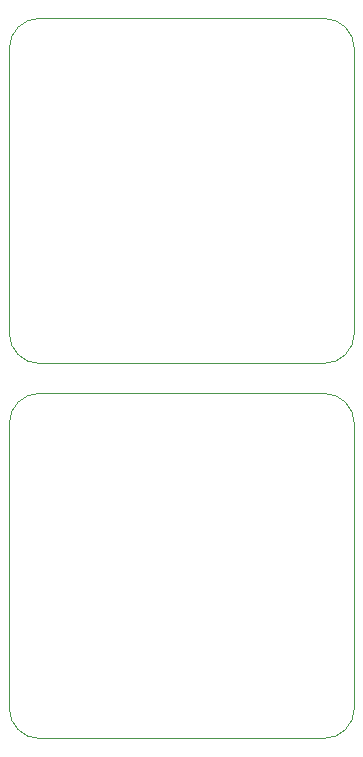
<source format=gbr>
%TF.GenerationSoftware,KiCad,Pcbnew,(6.0.5)*%
%TF.CreationDate,2022-06-30T09:14:24+02:00*%
%TF.ProjectId,Bus Tester,42757320-5465-4737-9465-722e6b696361,rev?*%
%TF.SameCoordinates,Original*%
%TF.FileFunction,Profile,NP*%
%FSLAX46Y46*%
G04 Gerber Fmt 4.6, Leading zero omitted, Abs format (unit mm)*
G04 Created by KiCad (PCBNEW (6.0.5)) date 2022-06-30 09:14:24*
%MOMM*%
%LPD*%
G01*
G04 APERTURE LIST*
%TA.AperFunction,Profile*%
%ADD10C,0.100000*%
%TD*%
G04 APERTURE END LIST*
D10*
X44450000Y-73660000D02*
X44450000Y-49530000D01*
X15240000Y-49530000D02*
X15240000Y-73641949D01*
X44450000Y-49530000D02*
G75*
G03*
X41910000Y-46990000I-2540000J0D01*
G01*
X41910000Y-76200000D02*
G75*
G03*
X44450000Y-73660000I0J2540000D01*
G01*
X41910000Y-15240000D02*
X17780000Y-15240000D01*
X17780000Y-44450000D02*
X41910000Y-44450000D01*
X15240000Y-17780000D02*
X15240000Y-41891949D01*
X15240000Y-73660000D02*
G75*
G03*
X17780000Y-76200000I2540000J0D01*
G01*
X41910000Y-44450000D02*
G75*
G03*
X44450000Y-41910000I0J2540000D01*
G01*
X17780000Y-76200000D02*
X41910000Y-76200000D01*
X17780000Y-15240000D02*
G75*
G03*
X15240000Y-17780000I0J-2540000D01*
G01*
X44450000Y-17780000D02*
G75*
G03*
X41910000Y-15240000I-2540000J0D01*
G01*
X17780000Y-46990000D02*
G75*
G03*
X15240000Y-49530000I0J-2540000D01*
G01*
X41910000Y-46990000D02*
X17780000Y-46990000D01*
X44450000Y-41910000D02*
X44450000Y-17780000D01*
X15240000Y-41910000D02*
G75*
G03*
X17780000Y-44450000I2540000J0D01*
G01*
M02*

</source>
